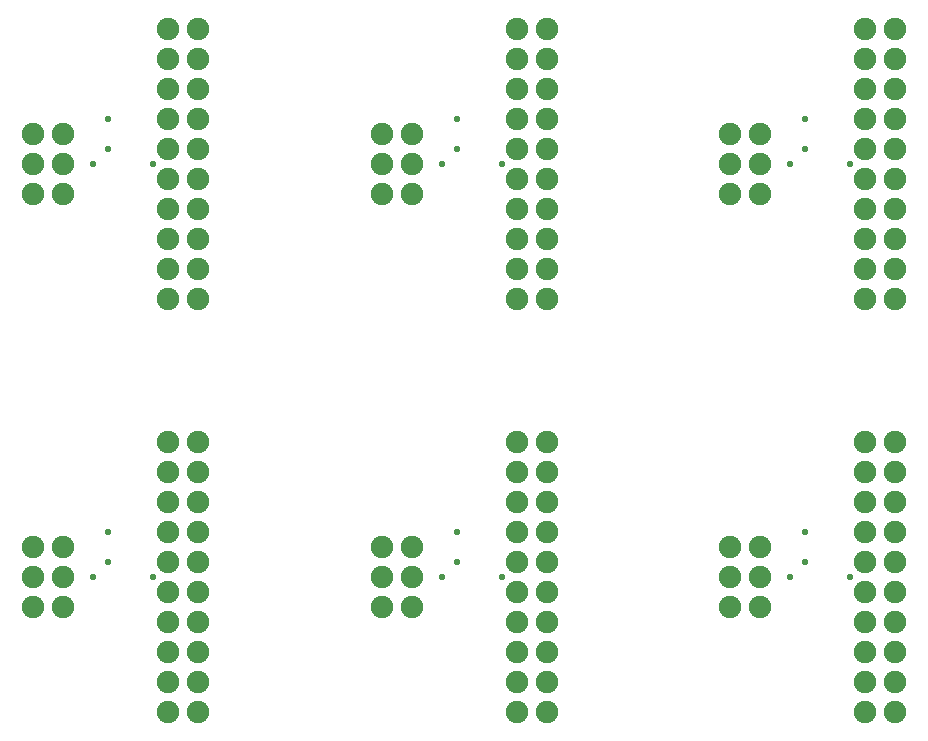
<source format=gts>
%FSLAX46Y46*%
%MOMM*%
%AMPS11*
1,1,1.900000,0.000000,0.000000*
%
%ADD11PS11*%
%AMPS10*
1,1,1.900000,0.000000,0.000000*
%
%ADD10PS10*%
%AMPS12*
1,1,0.550000,0.000000,0.000000*
%
%ADD12PS12*%
G01*
G01*
%LPD*%
G75*
D10*
X29700000Y78930000D03*
D10*
X29700000Y71310000D03*
D10*
X27160000Y71310000D03*
D10*
X27160000Y73850000D03*
D10*
X29700000Y63690000D03*
D10*
X29700000Y58610000D03*
D10*
X29700000Y73850000D03*
D10*
X29700000Y66230000D03*
D10*
X27160000Y58610000D03*
D10*
X27160000Y66230000D03*
D10*
X27160000Y78930000D03*
D10*
X29700000Y68770000D03*
D10*
X27160000Y68770000D03*
D10*
X29700000Y61150000D03*
D10*
X27160000Y56070000D03*
D10*
X29700000Y76390000D03*
D10*
X27160000Y61150000D03*
D10*
X29700000Y56070000D03*
D10*
X27160000Y76390000D03*
D10*
X27160000Y63690000D03*
D11*
X18270000Y67500000D03*
D11*
X15730000Y70040000D03*
D11*
X18270000Y70040000D03*
D11*
X15730000Y64960000D03*
D11*
X15730000Y67500000D03*
D11*
X18270000Y64960000D03*
D12*
X20810000Y67500000D03*
D12*
X22080000Y71310000D03*
D12*
X22080000Y68770000D03*
D12*
X25890000Y67500000D03*
D10*
X59200000Y43930000D03*
D10*
X59200000Y36310000D03*
D10*
X56660000Y36310000D03*
D10*
X56660000Y38850000D03*
D10*
X59200000Y28690000D03*
D10*
X59200000Y23610000D03*
D10*
X59200000Y38850000D03*
D10*
X59200000Y31230000D03*
D10*
X56660000Y23610000D03*
D10*
X56660000Y31230000D03*
D10*
X56660000Y43930000D03*
D10*
X59200000Y33770000D03*
D10*
X56660000Y33770000D03*
D10*
X59200000Y26150000D03*
D10*
X56660000Y21070000D03*
D10*
X59200000Y41390000D03*
D10*
X56660000Y26150000D03*
D10*
X59200000Y21070000D03*
D10*
X56660000Y41390000D03*
D10*
X56660000Y28690000D03*
D11*
X47770000Y32500000D03*
D11*
X45230000Y35040000D03*
D11*
X47770000Y35040000D03*
D11*
X45230000Y29960000D03*
D11*
X45230000Y32500000D03*
D11*
X47770000Y29960000D03*
D12*
X50310000Y32500000D03*
D12*
X51580000Y36310000D03*
D12*
X51580000Y33770000D03*
D12*
X55390000Y32500000D03*
D10*
X88700000Y78930000D03*
D10*
X88700000Y71310000D03*
D10*
X86160000Y71310000D03*
D10*
X86160000Y73850000D03*
D10*
X88700000Y63690000D03*
D10*
X88700000Y58610000D03*
D10*
X88700000Y73850000D03*
D10*
X88700000Y66230000D03*
D10*
X86160000Y58610000D03*
D10*
X86160000Y66230000D03*
D10*
X86160000Y78930000D03*
D10*
X88700000Y68770000D03*
D10*
X86160000Y68770000D03*
D10*
X88700000Y61150000D03*
D10*
X86160000Y56070000D03*
D10*
X88700000Y76390000D03*
D10*
X86160000Y61150000D03*
D10*
X88700000Y56070000D03*
D10*
X86160000Y76390000D03*
D10*
X86160000Y63690000D03*
D11*
X77270000Y67500000D03*
D11*
X74730000Y70040000D03*
D11*
X77270000Y70040000D03*
D11*
X74730000Y64960000D03*
D11*
X74730000Y67500000D03*
D11*
X77270000Y64960000D03*
D12*
X79810000Y67500000D03*
D12*
X81080000Y71310000D03*
D12*
X81080000Y68770000D03*
D12*
X84890000Y67500000D03*
D10*
X29700000Y43930000D03*
D10*
X29700000Y36310000D03*
D10*
X27160000Y36310000D03*
D10*
X27160000Y38850000D03*
D10*
X29700000Y28690000D03*
D10*
X29700000Y23610000D03*
D10*
X29700000Y38850000D03*
D10*
X29700000Y31230000D03*
D10*
X27160000Y23610000D03*
D10*
X27160000Y31230000D03*
D10*
X27160000Y43930000D03*
D10*
X29700000Y33770000D03*
D10*
X27160000Y33770000D03*
D10*
X29700000Y26150000D03*
D10*
X27160000Y21070000D03*
D10*
X29700000Y41390000D03*
D10*
X27160000Y26150000D03*
D10*
X29700000Y21070000D03*
D10*
X27160000Y41390000D03*
D10*
X27160000Y28690000D03*
D11*
X18270000Y32500000D03*
D11*
X15730000Y35040000D03*
D11*
X18270000Y35040000D03*
D11*
X15730000Y29960000D03*
D11*
X15730000Y32500000D03*
D11*
X18270000Y29960000D03*
D12*
X20810000Y32500000D03*
D12*
X22080000Y36310000D03*
D12*
X22080000Y33770000D03*
D12*
X25890000Y32500000D03*
D10*
X88700000Y43930000D03*
D10*
X88700000Y36310000D03*
D10*
X86160000Y36310000D03*
D10*
X86160000Y38850000D03*
D10*
X88700000Y28690000D03*
D10*
X88700000Y23610000D03*
D10*
X88700000Y38850000D03*
D10*
X88700000Y31230000D03*
D10*
X86160000Y23610000D03*
D10*
X86160000Y31230000D03*
D10*
X86160000Y43930000D03*
D10*
X88700000Y33770000D03*
D10*
X86160000Y33770000D03*
D10*
X88700000Y26150000D03*
D10*
X86160000Y21070000D03*
D10*
X88700000Y41390000D03*
D10*
X86160000Y26150000D03*
D10*
X88700000Y21070000D03*
D10*
X86160000Y41390000D03*
D10*
X86160000Y28690000D03*
D11*
X77270000Y32500000D03*
D11*
X74730000Y35040000D03*
D11*
X77270000Y35040000D03*
D11*
X74730000Y29960000D03*
D11*
X74730000Y32500000D03*
D11*
X77270000Y29960000D03*
D12*
X79810000Y32500000D03*
D12*
X81080000Y36310000D03*
D12*
X81080000Y33770000D03*
D12*
X84890000Y32500000D03*
D10*
X59200000Y78930000D03*
D10*
X59200000Y71310000D03*
D10*
X56660000Y71310000D03*
D10*
X56660000Y73850000D03*
D10*
X59200000Y63690000D03*
D10*
X59200000Y58610000D03*
D10*
X59200000Y73850000D03*
D10*
X59200000Y66230000D03*
D10*
X56660000Y58610000D03*
D10*
X56660000Y66230000D03*
D10*
X56660000Y78930000D03*
D10*
X59200000Y68770000D03*
D10*
X56660000Y68770000D03*
D10*
X59200000Y61150000D03*
D10*
X56660000Y56070000D03*
D10*
X59200000Y76390000D03*
D10*
X56660000Y61150000D03*
D10*
X59200000Y56070000D03*
D10*
X56660000Y76390000D03*
D10*
X56660000Y63690000D03*
D11*
X47770000Y67500000D03*
D11*
X45230000Y70040000D03*
D11*
X47770000Y70040000D03*
D11*
X45230000Y64960000D03*
D11*
X45230000Y67500000D03*
D11*
X47770000Y64960000D03*
D12*
X50310000Y67500000D03*
D12*
X51580000Y71310000D03*
D12*
X51580000Y68770000D03*
D12*
X55390000Y67500000D03*
M02*

</source>
